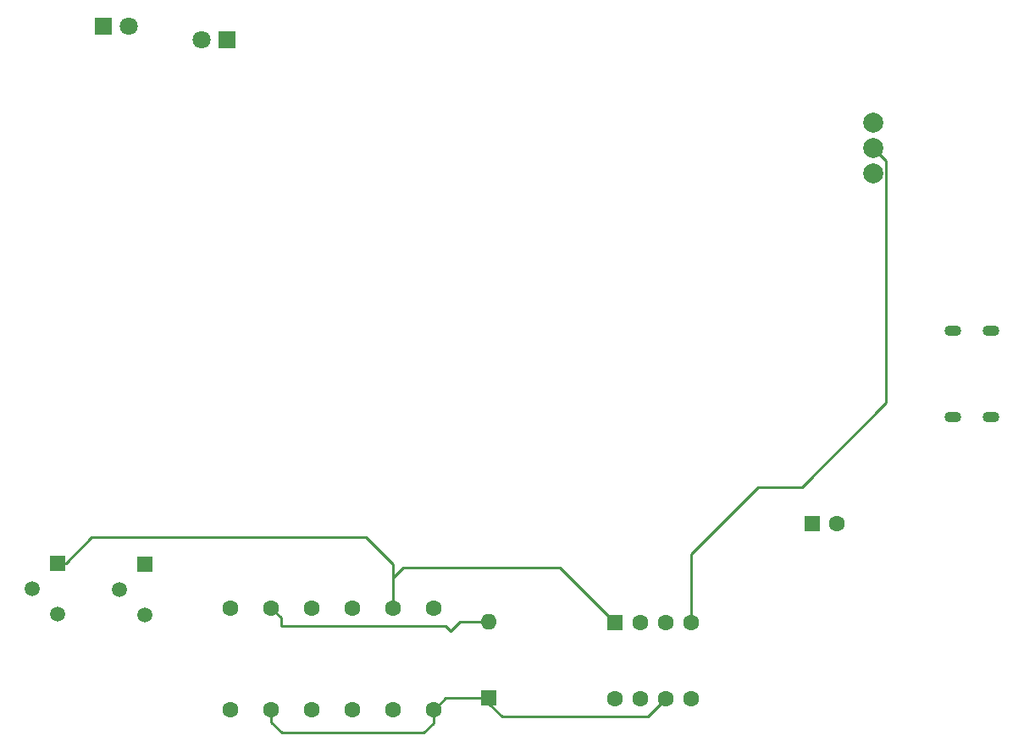
<source format=gbr>
%TF.GenerationSoftware,KiCad,Pcbnew,9.0.6*%
%TF.CreationDate,2026-01-09T14:19:34+01:00*%
%TF.ProjectId,Alligator,416c6c69-6761-4746-9f72-2e6b69636164,rev?*%
%TF.SameCoordinates,Original*%
%TF.FileFunction,Copper,L1,Top*%
%TF.FilePolarity,Positive*%
%FSLAX46Y46*%
G04 Gerber Fmt 4.6, Leading zero omitted, Abs format (unit mm)*
G04 Created by KiCad (PCBNEW 9.0.6) date 2026-01-09 14:19:34*
%MOMM*%
%LPD*%
G01*
G04 APERTURE LIST*
G04 Aperture macros list*
%AMRoundRect*
0 Rectangle with rounded corners*
0 $1 Rounding radius*
0 $2 $3 $4 $5 $6 $7 $8 $9 X,Y pos of 4 corners*
0 Add a 4 corners polygon primitive as box body*
4,1,4,$2,$3,$4,$5,$6,$7,$8,$9,$2,$3,0*
0 Add four circle primitives for the rounded corners*
1,1,$1+$1,$2,$3*
1,1,$1+$1,$4,$5*
1,1,$1+$1,$6,$7*
1,1,$1+$1,$8,$9*
0 Add four rect primitives between the rounded corners*
20,1,$1+$1,$2,$3,$4,$5,0*
20,1,$1+$1,$4,$5,$6,$7,0*
20,1,$1+$1,$6,$7,$8,$9,0*
20,1,$1+$1,$8,$9,$2,$3,0*%
G04 Aperture macros list end*
%TA.AperFunction,HeatsinkPad*%
%ADD10O,1.700000X1.100000*%
%TD*%
%TA.AperFunction,ComponentPad*%
%ADD11R,1.800000X1.800000*%
%TD*%
%TA.AperFunction,ComponentPad*%
%ADD12C,1.800000*%
%TD*%
%TA.AperFunction,ComponentPad*%
%ADD13C,2.000000*%
%TD*%
%TA.AperFunction,ComponentPad*%
%ADD14RoundRect,0.250000X-0.550000X0.550000X-0.550000X-0.550000X0.550000X-0.550000X0.550000X0.550000X0*%
%TD*%
%TA.AperFunction,ComponentPad*%
%ADD15C,1.600000*%
%TD*%
%TA.AperFunction,ComponentPad*%
%ADD16R,1.500000X1.500000*%
%TD*%
%TA.AperFunction,ComponentPad*%
%ADD17C,1.500000*%
%TD*%
%TA.AperFunction,ComponentPad*%
%ADD18R,1.600000X1.600000*%
%TD*%
%TA.AperFunction,ComponentPad*%
%ADD19O,1.600000X1.600000*%
%TD*%
%TA.AperFunction,Conductor*%
%ADD20C,0.250000*%
%TD*%
G04 APERTURE END LIST*
D10*
%TO.P,REF\u002A\u002A,S1*%
%TO.N,N/C*%
X201380000Y-85730000D03*
X205180000Y-85730000D03*
X201380000Y-94370000D03*
X205180000Y-94370000D03*
%TD*%
D11*
%TO.P,D2,1,K*%
%TO.N,Net-(D1-K)*%
X128800000Y-56600000D03*
D12*
%TO.P,D2,2,A*%
%TO.N,Net-(D1-A)*%
X126260000Y-56600000D03*
%TD*%
D11*
%TO.P,D1,1,K*%
%TO.N,Net-(D1-K)*%
X116460000Y-55300000D03*
D12*
%TO.P,D1,2,A*%
%TO.N,Net-(D1-A)*%
X119000000Y-55300000D03*
%TD*%
D13*
%TO.P,S1,1,A*%
%TO.N,Net-(S1-A-Pad1)*%
X193400000Y-64900000D03*
%TO.P,S1,2,E*%
%TO.N,Net-(S1-E)*%
X193400000Y-67440000D03*
%TO.P,S1,3,A*%
%TO.N,unconnected-(S1-A-Pad3)*%
X193400000Y-69980000D03*
%TD*%
D14*
%TO.P,U1,1,GND*%
%TO.N,Net-(D1-K)*%
X167600000Y-115000000D03*
D15*
%TO.P,U1,2,TR*%
%TO.N,Net-(D3-K)*%
X170140000Y-115000000D03*
%TO.P,U1,3,Q*%
%TO.N,unconnected-(U1-Q-Pad3)*%
X172680000Y-115000000D03*
%TO.P,U1,4,R*%
%TO.N,Net-(S1-E)*%
X175220000Y-115000000D03*
%TO.P,U1,5,CV*%
%TO.N,unconnected-(U1-CV-Pad5)*%
X175220000Y-122620000D03*
%TO.P,U1,6,THR*%
%TO.N,Net-(D3-K)*%
X172680000Y-122620000D03*
%TO.P,U1,7,DIS*%
%TO.N,Net-(D3-A)*%
X170140000Y-122620000D03*
%TO.P,U1,8,VCC*%
%TO.N,Net-(S1-E)*%
X167600000Y-122620000D03*
%TD*%
D16*
%TO.P,Q2,1,E*%
%TO.N,Net-(D1-A)*%
X120600000Y-109100000D03*
D17*
%TO.P,Q2,2,B*%
%TO.N,Net-(Q1-C)*%
X118060000Y-111640000D03*
%TO.P,Q2,3,C*%
%TO.N,Net-(Q2-C)*%
X120600000Y-114180000D03*
%TD*%
D15*
%TO.P,R3,1*%
%TO.N,Net-(D3-K)*%
X149450000Y-123660000D03*
%TO.P,R3,2*%
%TO.N,Net-(Q1-B)*%
X149450000Y-113500000D03*
%TD*%
%TO.P,R6,1*%
%TO.N,Net-(S1-E)*%
X137300000Y-123660000D03*
%TO.P,R6,2*%
%TO.N,Net-(Q2-C)*%
X137300000Y-113500000D03*
%TD*%
%TO.P,R8,1*%
%TO.N,Net-(S1-E)*%
X129200000Y-123660000D03*
%TO.P,R8,2*%
%TO.N,Net-(D3-A)*%
X129200000Y-113500000D03*
%TD*%
D16*
%TO.P,Q1,1,E*%
%TO.N,Net-(D1-K)*%
X111857615Y-109000000D03*
D17*
%TO.P,Q1,2,B*%
%TO.N,Net-(Q1-B)*%
X109317615Y-111540000D03*
%TO.P,Q1,3,C*%
%TO.N,Net-(Q1-C)*%
X111857615Y-114080000D03*
%TD*%
D18*
%TO.P,D3,1,K*%
%TO.N,Net-(D3-K)*%
X155000000Y-122520000D03*
D19*
%TO.P,D3,2,A*%
%TO.N,Net-(D3-A)*%
X155000000Y-114900000D03*
%TD*%
D15*
%TO.P,R5,1*%
%TO.N,Net-(S1-E)*%
X141350000Y-123660000D03*
%TO.P,R5,2*%
%TO.N,Net-(Q1-C)*%
X141350000Y-113500000D03*
%TD*%
%TO.P,R4,1*%
%TO.N,Net-(Q1-B)*%
X145400000Y-123660000D03*
%TO.P,R4,2*%
%TO.N,Net-(D1-K)*%
X145400000Y-113500000D03*
%TD*%
%TO.P,R7,1*%
%TO.N,Net-(D3-K)*%
X133250000Y-123660000D03*
%TO.P,R7,2*%
%TO.N,Net-(D3-A)*%
X133250000Y-113500000D03*
%TD*%
D18*
%TO.P,C1,1*%
%TO.N,Net-(D3-K)*%
X187300000Y-105100000D03*
D15*
%TO.P,C1,2*%
%TO.N,Net-(D1-K)*%
X189800000Y-105100000D03*
%TD*%
D20*
%TO.N,Net-(D3-K)*%
X172680000Y-122620000D02*
X170900000Y-124400000D01*
X149450000Y-125050000D02*
X149450000Y-123660000D01*
X155000000Y-123100000D02*
X155000000Y-122520000D01*
X170900000Y-124400000D02*
X156300000Y-124400000D01*
X149450000Y-123660000D02*
X149540000Y-123660000D01*
X134300000Y-126000000D02*
X148500000Y-126000000D01*
X133250000Y-124950000D02*
X134300000Y-126000000D01*
X150680000Y-122520000D02*
X155000000Y-122520000D01*
X148500000Y-126000000D02*
X149450000Y-125050000D01*
X149540000Y-123660000D02*
X150680000Y-122520000D01*
X156300000Y-124400000D02*
X155000000Y-123100000D01*
X133250000Y-123660000D02*
X133250000Y-124950000D01*
%TO.N,Net-(D1-K)*%
X115300000Y-106400000D02*
X142700000Y-106400000D01*
X112700000Y-109000000D02*
X115300000Y-106400000D01*
X111857615Y-109000000D02*
X112700000Y-109000000D01*
X145400000Y-113500000D02*
X145400000Y-110500000D01*
X162100000Y-109500000D02*
X167600000Y-115000000D01*
X142700000Y-106400000D02*
X145400000Y-109100000D01*
X145400000Y-109100000D02*
X145400000Y-110500000D01*
X146400000Y-109500000D02*
X162100000Y-109500000D01*
X145400000Y-110500000D02*
X146400000Y-109500000D01*
%TO.N,Net-(D3-A)*%
X151200000Y-115800000D02*
X150700000Y-115300000D01*
X150700000Y-115300000D02*
X134200000Y-115300000D01*
X134200000Y-114450000D02*
X133250000Y-113500000D01*
X134200000Y-115300000D02*
X134200000Y-114450000D01*
X152100000Y-114900000D02*
X151200000Y-115800000D01*
X155000000Y-114900000D02*
X152100000Y-114900000D01*
%TO.N,Net-(S1-E)*%
X194726000Y-68766000D02*
X194726000Y-92974000D01*
X193400000Y-67440000D02*
X194726000Y-68766000D01*
X175220000Y-108080000D02*
X175220000Y-115000000D01*
X186300000Y-101400000D02*
X181900000Y-101400000D01*
X181900000Y-101400000D02*
X175220000Y-108080000D01*
X194726000Y-92974000D02*
X186300000Y-101400000D01*
%TD*%
M02*

</source>
